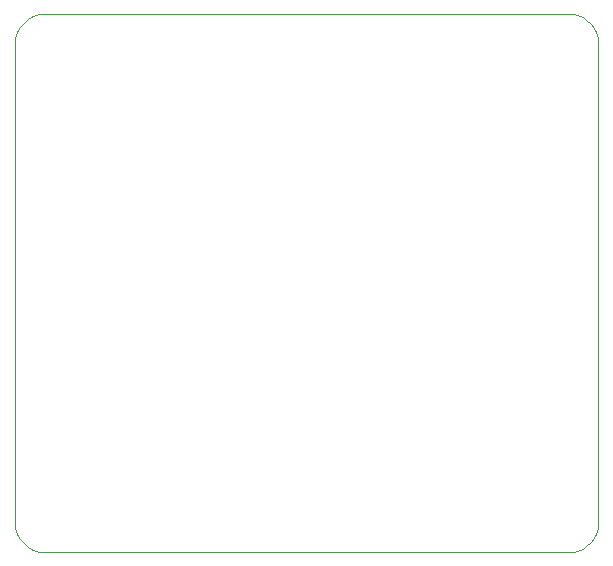
<source format=gko>
G04*
G04 #@! TF.GenerationSoftware,Altium Limited,Altium Designer,21.0.8 (223)*
G04*
G04 Layer_Color=16711935*
%FSLAX25Y25*%
%MOIN*%
G70*
G04*
G04 #@! TF.SameCoordinates,FF87F178-E8DA-4391-A02C-702B807C1C86*
G04*
G04*
G04 #@! TF.FilePolarity,Positive*
G04*
G01*
G75*
%ADD49C,0.00200*%
D49*
X10500Y179500D02*
X9520Y179452D01*
X8549Y179308D01*
X7597Y179069D01*
X6673Y178739D01*
X5786Y178319D01*
X4944Y177815D01*
X4156Y177230D01*
X3429Y176571D01*
X2770Y175844D01*
X2185Y175056D01*
X1681Y174214D01*
X1261Y173327D01*
X931Y172403D01*
X692Y171451D01*
X548Y170480D01*
X500Y169500D01*
X195000D02*
X194952Y170480D01*
X194808Y171451D01*
X194569Y172403D01*
X194239Y173327D01*
X193819Y174214D01*
X193315Y175056D01*
X192730Y175844D01*
X192071Y176571D01*
X191344Y177230D01*
X190556Y177815D01*
X189714Y178319D01*
X188827Y178739D01*
X187903Y179069D01*
X186951Y179308D01*
X185980Y179452D01*
X185000Y179500D01*
Y0D02*
X185980Y48D01*
X186951Y192D01*
X187903Y431D01*
X188827Y761D01*
X189714Y1181D01*
X190556Y1685D01*
X191344Y2270D01*
X192071Y2929D01*
X192730Y3656D01*
X193315Y4444D01*
X193819Y5286D01*
X194239Y6173D01*
X194569Y7097D01*
X194808Y8049D01*
X194952Y9020D01*
X195000Y10000D01*
X500D02*
X548Y9020D01*
X692Y8049D01*
X931Y7097D01*
X1261Y6173D01*
X1681Y5286D01*
X2185Y4444D01*
X2770Y3656D01*
X3429Y2929D01*
X4156Y2270D01*
X4944Y1685D01*
X5786Y1181D01*
X6673Y761D01*
X7597Y431D01*
X8549Y192D01*
X9520Y48D01*
X10500Y0D01*
X500Y10000D02*
Y169500D01*
X10500Y179500D02*
X185000D01*
X195000Y10000D02*
Y169500D01*
X10500Y0D02*
X185000D01*
M02*

</source>
